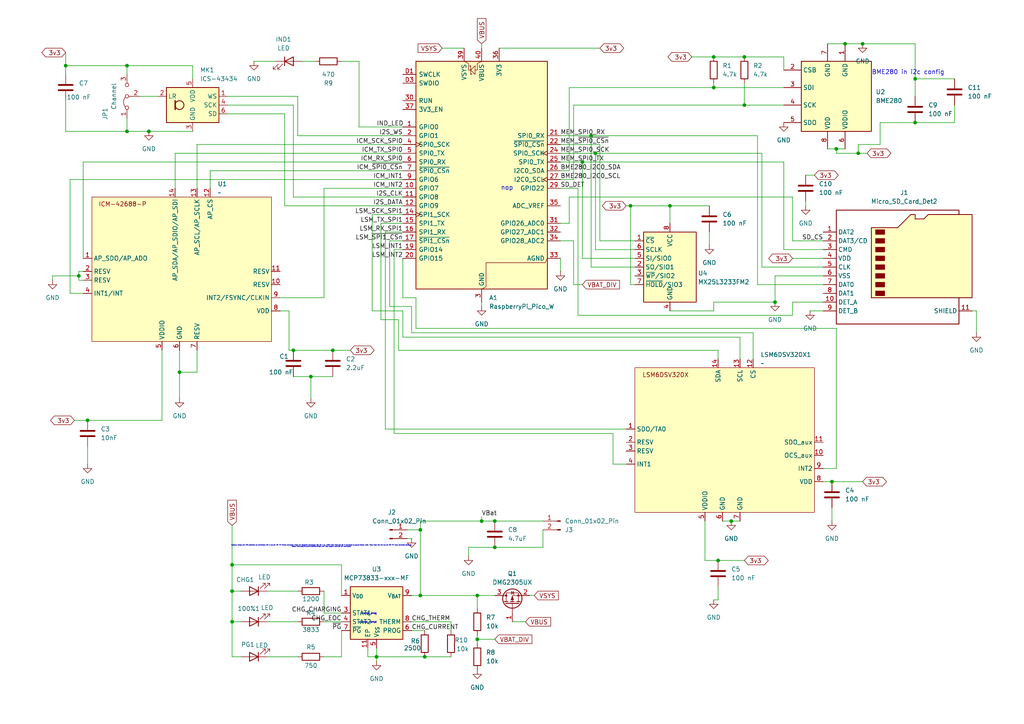
<source format=kicad_sch>
(kicad_sch (version 20250114) (generator "eeschema") (generator_version "9.0")
  (paper "A4")
  (lib_symbols
    (symbol "Battery_Management:MCP73833-xxx-MF"
      (property "Reference" "U" (at -6.35 8.89 0))
      (property "Value" "MCP73833-xxx-MF" (at 10.16 8.89 0))
      (symbol "MCP73833-xxx-MF_1_1"
        (pin power_in line (at -10.16 5.08 0) (length 2.54) (name "V_{DD}") (number "1"))
        (pin passive line (at -10.16 5.08 0) (length 2.54) (hide yes) (name "V_{DD}") (number "2"))
        (pin open_collector line (at -10.16 0 0) (length 2.54) (name "STAT1") (number "3"))
        (pin open_collector line (at -10.16 -2.54 0) (length 2.54) (name "STAT2") (number "4"))
        (pin open_collector line (at -10.16 -5.08 0) (length 2.54) (name "~{PG}") (number "7"))
        (pin power_in line (at -2.54 -10.16 90) (length 2.54) (name "EP") (number "11"))
        (pin power_in line (at 0 -10.16 90) (length 2.54) (name "V_{SS}") (number "5"))
        (pin passive line (at 10.16 5.08 180) (length 2.54) (hide yes) (name "V_{BAT}") (number "10"))
        (pin power_out line (at 10.16 5.08 180) (length 2.54) (name "V_{BAT}") (number "9"))
        (pin passive line (at 10.16 -2.54 180) (length 2.54) (name "THERM") (number "8"))
        (pin input line (at 10.16 -5.08 180) (length 2.54) (name "PROG") (number "6"))
      )
    )
    (symbol "Connector:Conn_01x02_Pin" (pin_names (offset 1.016) (hide yes))
      (property "Reference" "J" (at 0 2.54 0))
      (property "Value" "Conn_01x02_Pin" (at 0 -5.08 0))
      (symbol "Conn_01x02_Pin_1_1"
        (pin passive line (at 5.08 0 180) (length 3.81) (name "Pin_1") (number "1"))
        (pin passive line (at 5.08 -2.54 180) (length 3.81) (name "Pin_2") (number "2"))
      )
    )
    (symbol "Connector:Micro_SD_Card_Det2"
      (property "Reference" "J" (at -16.51 17.78 0))
      (property "Value" "Micro_SD_Card_Det2" (at 16.51 17.78 0))
      (symbol "Micro_SD_Card_Det2_1_1"
        (pin bidirectional line (at -22.86 10.16 0) (length 3.81) (name "DAT2") (number "1"))
        (pin bidirectional line (at -22.86 7.62 0) (length 3.81) (name "DAT3/CD") (number "2"))
        (pin input line (at -22.86 5.08 0) (length 3.81) (name "CMD") (number "3"))
        (pin power_in line (at -22.86 2.54 0) (length 3.81) (name "VDD") (number "4"))
        (pin input line (at -22.86 0 0) (length 3.81) (name "CLK") (number "5"))
        (pin power_in line (at -22.86 -2.54 0) (length 3.81) (name "VSS") (number "6"))
        (pin bidirectional line (at -22.86 -5.08 0) (length 3.81) (name "DAT0") (number "7"))
        (pin bidirectional line (at -22.86 -7.62 0) (length 3.81) (name "DAT1") (number "8"))
        (pin passive line (at -22.86 -10.16 0) (length 3.81) (name "DET_A") (number "10"))
        (pin passive line (at -22.86 -12.7 0) (length 3.81) (name "DET_B") (number "9"))
        (pin passive line (at 20.32 -12.7 180) (length 3.81) (name "SHIELD") (number "11"))
      )
    )
    (symbol "Device:C" (pin_numbers (hide yes)) (pin_names (offset 0.254))
      (property "Reference" "C" (at 0.635 2.54 0))
      (property "Value" "C" (at 0.635 -2.54 0))
      (symbol "C_1_1"
        (pin passive line (at 0 3.81 270) (length 2.794) (name "~") (number "1"))
        (pin passive line (at 0 -3.81 90) (length 2.794) (name "~") (number "2"))
      )
    )
    (symbol "Device:LED" (pin_numbers (hide yes)) (pin_names (offset 1.016) (hide yes))
      (property "Reference" "D" (at 0 2.54 0))
      (property "Value" "LED" (at 0 -2.54 0))
      (symbol "LED_1_1"
        (pin passive line (at -3.81 0 0) (length 2.54) (name "K") (number "1"))
        (pin passive line (at 3.81 0 180) (length 2.54) (name "A") (number "2"))
      )
    )
    (symbol "Device:R" (pin_numbers (hide yes)) (pin_names (offset 0))
      (property "Reference" "R" (at 2.032 0 90))
      (property "Value" "R" (at 0 0 90))
      (symbol "R_1_1"
        (pin passive line (at 0 3.81 270) (length 1.27) (name "~") (number "1"))
        (pin passive line (at 0 -3.81 90) (length 1.27) (name "~") (number "2"))
      )
    )
    (symbol "Jumper:Jumper_3_Bridged12" (pin_names (offset 0) (hide yes)) (in_bom no)
      (property "Reference" "JP" (at -2.54 -2.54 0))
      (property "Value" "Jumper_3_Bridged12" (at 0 2.794 0))
      (symbol "Jumper_3_Bridged12_1_1"
        (pin passive line (at -6.35 0 0) (length 2.54) (name "A") (number "1"))
        (pin passive line (at 0 -3.81 90) (length 2.54) (name "C") (number "2"))
        (pin passive line (at 6.35 0 180) (length 2.54) (name "B") (number "3"))
      )
    )
    (symbol "MCU_Module:RaspberryPi_Pico_W_Debug" (pin_names (offset 0.762))
      (property "Reference" "A" (at -19.05 35.56 0))
      (property "Value" "RaspberryPi_Pico_W" (at 7.62 35.56 0))
      (symbol "RaspberryPi_Pico_W_Debug_1_1"
        (pin input line (at -22.86 30.48 0) (length 3.81) (name "SWCLK") (number "D1"))
        (pin bidirectional line (at -22.86 27.94 0) (length 3.81) (name "SWDIO") (number "D3"))
        (pin passive line (at -22.86 22.86 0) (length 3.81) (name "RUN") (number "30"))
        (pin passive line (at -22.86 20.32 0) (length 3.81) (name "3V3_EN") (number "37"))
        (pin bidirectional line (at -22.86 15.24 0) (length 3.81) (name "GPIO0") (number "1") (alternate "I2C0_SDA" bidirectional line) (alternate "SPI0_RX" input line))
        (pin bidirectional line (at -22.86 12.7 0) (length 3.81) (name "GPIO1") (number "2") (alternate "I2C0_SCL" bidirectional clock) (alternate "~{SPI0_CSn}" bidirectional line))
        (pin bidirectional line (at -22.86 10.16 0) (length 3.81) (name "GPIO2") (number "4") (alternate "SPI0_SCK" bidirectional clock))
        (pin bidirectional line (at -22.86 7.62 0) (length 3.81) (name "GPIO3") (number "5") (alternate "SPI0_TX" output line))
        (pin bidirectional line (at -22.86 5.08 0) (length 3.81) (name "GPIO4") (number "6") (alternate "I2C0_SDA" bidirectional line) (alternate "SPI0_RX" input line))
        (pin bidirectional line (at -22.86 2.54 0) (length 3.81) (name "GPIO5") (number "7") (alternate "I2C0_SCL" bidirectional clock) (alternate "~{SPI0_CSn}" bidirectional line))
        (pin bidirectional line (at -22.86 0 0) (length 3.81) (name "GPIO6") (number "9") (alternate "SPI0_SCK" bidirectional clock))
        (pin bidirectional line (at -22.86 -2.54 0) (length 3.81) (name "GPIO7") (number "10") (alternate "SPI0_TX" output line))
        (pin bidirectional line (at -22.86 -5.08 0) (length 3.81) (name "GPIO8") (number "11") (alternate "" input line) (alternate "I2C0_SDA" bidirectional line) (alternate "SPI1_RX" input line))
        (pin bidirectional line (at -22.86 -7.62 0) (length 3.81) (name "GPIO9") (number "12") (alternate "" input line) (alternate "" input line) (alternate "I2C0_SCL" bidirectional clock) (alternate "~{SPI1_CSn}" bidirectional line))
        (pin bidirectional line (at -22.86 -10.16 0) (length 3.81) (name "GPIO10") (number "14") (alternate "SPI1_SCK" bidirectional clock))
        (pin bidirectional line (at -22.86 -12.7 0) (length 3.81) (name "GPIO11") (number "15") (alternate "SPI1_TX" output line))
        (pin bidirectional line (at -22.86 -15.24 0) (length 3.81) (name "GPIO12") (number "16") (alternate "I2C0_SDA" bidirectional line) (alternate "SPI1_RX" input line))
        (pin bidirectional line (at -22.86 -17.78 0) (length 3.81) (name "GPIO13") (number "17") (alternate "I2C0_SCL" bidirectional clock) (alternate "~{SPI1_CSn}" bidirectional line))
        (pin bidirectional line (at -22.86 -20.32 0) (length 3.81) (name "GPIO14") (number "19") (alternate "SPI1_SCK" bidirectional clock))
        (pin bidirectional line (at -22.86 -22.86 0) (length 3.81) (name "GPIO15") (number "20") (alternate "SPI1_TX" output line))
        (pin power_in line (at -5.08 38.1 270) (length 3.81) (name "VSYS") (number "39"))
        (pin power_out line (at 0 38.1 270) (length 3.81) (name "VBUS") (number "40"))
        (pin passive line (at 0 -35.56 90) (length 3.81) (hide yes) (name "GND") (number "13"))
        (pin passive line (at 0 -35.56 90) (length 3.81) (hide yes) (name "GND") (number "18"))
        (pin passive line (at 0 -35.56 90) (length 3.81) (hide yes) (name "GND") (number "23"))
        (pin passive line (at 0 -35.56 90) (length 3.81) (hide yes) (name "GND") (number "28"))
        (pin power_out line (at 0 -35.56 90) (length 3.81) (name "GND") (number "3"))
        (pin passive line (at 0 -35.56 90) (length 3.81) (hide yes) (name "GND") (number "38"))
        (pin passive line (at 0 -35.56 90) (length 3.81) (hide yes) (name "GND") (number "8"))
        (pin passive line (at 0 -35.56 90) (length 3.81) (hide yes) (name "GND") (number "D2"))
        (pin power_out line (at 5.08 38.1 270) (length 3.81) (name "3V3") (number "36"))
        (pin bidirectional line (at 22.86 12.7 180) (length 3.81) (name "GPIO16") (number "21") (alternate "I2C0_SDA" bidirectional line) (alternate "SPI0_RX" input line))
        (pin bidirectional line (at 22.86 10.16 180) (length 3.81) (name "GPIO17") (number "22") (alternate "I2C0_SCL" bidirectional clock) (alternate "~{SPI0_CSn}" bidirectional line))
        (pin bidirectional line (at 22.86 7.62 180) (length 3.81) (name "GPIO18") (number "24") (alternate "SPI0_SCK" bidirectional clock))
        (pin bidirectional line (at 22.86 5.08 180) (length 3.81) (name "GPIO19") (number "25") (alternate "SPI0_TX" output line))
        (pin bidirectional line (at 22.86 2.54 180) (length 3.81) (name "GPIO20") (number "26") (alternate "I2C0_SDA" bidirectional line) (alternate "SPI0_RX" input line))
        (pin bidirectional line (at 22.86 0 180) (length 3.81) (name "GPIO21") (number "27") (alternate "I2C0_SCL" bidirectional clock) (alternate "~{SPI0_CSn}" bidirectional line))
        (pin bidirectional line (at 22.86 -2.54 180) (length 3.81) (name "GPIO22") (number "29") (alternate "SPI0_SCK" bidirectional clock))
        (pin power_in line (at 22.86 -7.62 180) (length 3.81) (name "ADC_VREF") (number "35"))
        (pin bidirectional line (at 22.86 -12.7 180) (length 3.81) (name "GPIO26_ADC0") (number "31") (alternate "SPI1_SCK" bidirectional clock))
        (pin bidirectional line (at 22.86 -15.24 180) (length 3.81) (name "GPIO27_ADC1") (number "32") (alternate "SPI1_TX" output line))
        (pin bidirectional line (at 22.86 -17.78 180) (length 3.81) (name "GPIO28_ADC2") (number "34") (alternate "I2C0_SDA" bidirectional line) (alternate "SPI1_RX" input line))
        (pin power_out line (at 22.86 -22.86 180) (length 3.81) (name "AGND") (number "33"))
      )
    )
    (symbol "Memory_Flash:MX25L3233FM2"
      (property "Reference" "U" (at -6.35 11.43 0))
      (property "Value" "MX25L3233FM2" (at 10.16 11.43 0))
      (symbol "MX25L3233FM2_1_1"
        (pin input line (at -10.16 7.62 0) (length 2.54) (name "~{CS}") (number "1"))
        (pin input line (at -10.16 5.08 0) (length 2.54) (name "SCLK") (number "6"))
        (pin bidirectional line (at -10.16 2.54 0) (length 2.54) (name "SI/SIO0") (number "5"))
        (pin bidirectional line (at -10.16 0 0) (length 2.54) (name "SO/SIO1") (number "2"))
        (pin bidirectional line (at -10.16 -2.54 0) (length 2.54) (name "~{WP}/SIO2") (number "3"))
        (pin bidirectional line (at -10.16 -5.08 0) (length 2.54) (name "~{HOLD}/SIO3") (number "7"))
        (pin power_in line (at 0 12.7 270) (length 2.54) (name "VCC") (number "8"))
        (pin power_in line (at 0 -12.7 90) (length 2.54) (name "GND") (number "4"))
      )
    )
    (symbol "ProjectSymbol:ICM-42688-P"
      (property "Reference" "ICM-42688-P" (at -4.572 20.574 0))
      (symbol "ICM-42688-P_1_1"
        (text "ICM-42688-P" (at 1.27 24.638 0) (effects (font (size 1.27 1.27))))
        (pin output line (at -10.16 8.89 0) (length 2.54) (name "AP_SDO/AP_ADO") (number "1"))
        (pin passive line (at -10.16 5.08 0) (length 2.54) (name "RESV") (number "2"))
        (pin passive line (at -10.16 2.54 0) (length 2.54) (name "RESV") (number "3"))
        (pin output line (at -10.16 -1.27 0) (length 2.54) (name "INT1/INT") (number "4"))
        (pin power_in line (at 12.7 -17.78 90) (length 2.54) (name "VDDIO") (number "5"))
        (pin input line (at 16.51 29.21 270) (length 2.54) (name "AP_SDA/AP_SDIO/AP_SDI") (number "14"))
        (pin power_in line (at 17.78 -17.78 90) (length 2.54) (name "GND") (number "6"))
        (pin input line (at 22.86 29.21 270) (length 2.54) (name "AP_SCL/AP_SCLK") (number "13"))
        (pin passive line (at 22.86 -17.78 90) (length 2.54) (name "RESV") (number "7"))
        (pin input line (at 26.67 29.21 270) (length 2.54) (name "AP_CS") (number "12"))
        (pin passive line (at 46.99 5.08 180) (length 2.54) (name "RESV") (number "11"))
        (pin passive line (at 46.99 1.27 180) (length 2.54) (name "RESV") (number "10"))
        (pin bidirectional line (at 46.99 -2.54 180) (length 2.54) (name "INT2/FSYNC/CLKIN") (number "9"))
        (pin power_in line (at 46.99 -6.35 180) (length 2.54) (name "VDD") (number "8"))
      )
    )
    (symbol "ProjectSymbol:LSM6DSV320X"
      (property "Reference" "LSM6DSV320X" (at -4.572 20.574 0))
      (symbol "LSM6DSV320X_1_1"
        (text "LSM6DSV320X" (at 1.27 24.638 0) (effects (font (size 1.27 1.27))))
        (pin output line (at -10.16 8.89 0) (length 2.54) (name "SDO/TA0") (number "1"))
        (pin passive line (at -10.16 5.08 0) (length 2.54) (name "RESV") (number "2"))
        (pin passive line (at -10.16 2.54 0) (length 2.54) (name "RESV") (number "3"))
        (pin output line (at -10.16 -1.27 0) (length 2.54) (name "INT1") (number "4"))
        (pin power_in line (at 12.7 -17.78 90) (length 2.54) (name "VDDIO") (number "5"))
        (pin input line (at 16.51 29.21 270) (length 2.54) (name "SDA") (number "14"))
        (pin power_in line (at 17.78 -17.78 90) (length 2.54) (name "GND") (number "6"))
        (pin input line (at 22.86 29.21 270) (length 2.54) (name "SCL") (number "13"))
        (pin power_in line (at 22.86 -17.78 90) (length 2.54) (name "GND") (number "7"))
        (pin input line (at 26.67 29.21 270) (length 2.54) (name "CS") (number "12"))
        (pin passive line (at 46.99 5.08 180) (length 2.54) (name "SDO_aux") (number "11"))
        (pin passive line (at 46.99 1.27 180) (length 2.54) (name "OCS_aux") (number "10"))
        (pin output line (at 46.99 -2.54 180) (length 2.54) (name "INT2") (number "9"))
        (pin power_in line (at 46.99 -6.35 180) (length 2.54) (name "VDD") (number "8"))
      )
    )
    (symbol "Sensor:BME280"
      (property "Reference" "U" (at -8.89 11.43 0))
      (property "Value" "BME280" (at 7.62 11.43 0))
      (symbol "BME280_1_1"
        (pin power_in line (at -2.54 15.24 270) (length 5.08) (name "VDDIO") (number "6"))
        (pin power_in line (at -2.54 -15.24 90) (length 5.08) (name "GND") (number "1"))
        (pin power_in line (at 2.54 15.24 270) (length 5.08) (name "VDD") (number "8"))
        (pin power_in line (at 2.54 -15.24 90) (length 5.08) (name "GND") (number "7"))
        (pin bidirectional line (at 15.24 7.62 180) (length 5.08) (name "SDO") (number "5"))
        (pin input line (at 15.24 2.54 180) (length 5.08) (name "SCK") (number "4"))
        (pin bidirectional line (at 15.24 -2.54 180) (length 5.08) (name "SDI") (number "3"))
        (pin input line (at 15.24 -7.62 180) (length 5.08) (name "CSB") (number "2"))
      )
    )
    (symbol "Sensor_Audio:ICS-43434"
      (property "Reference" "MK" (at -7.62 6.35 0))
      (property "Value" "ICS-43434" (at 1.27 6.35 0))
      (symbol "ICS-43434_1_1"
        (pin input line (at -10.16 2.54 0) (length 2.54) (name "LR") (number "2"))
        (pin power_in line (at 0 7.62 270) (length 2.54) (name "VDD") (number "5"))
        (pin power_in line (at 0 -7.62 90) (length 2.54) (name "GND") (number "3"))
        (pin input line (at 10.16 2.54 180) (length 2.54) (name "WS") (number "1"))
        (pin input line (at 10.16 0 180) (length 2.54) (name "SCK") (number "4"))
        (pin output line (at 10.16 -2.54 180) (length 2.54) (name "SD") (number "6"))
      )
    )
    (symbol "Transistor_FET:DMG2301L" (pin_names (hide yes))
      (property "Reference" "Q" (at 5.08 1.905 0))
      (property "Value" "DMG2301L" (at 5.08 0 0))
      (symbol "DMG2301L_1_1"
        (pin input line (at -5.08 0 0) (length 2.54) (name "G") (number "1"))
        (pin passive line (at 2.54 5.08 270) (length 2.54) (name "D") (number "3"))
        (pin passive line (at 2.54 -5.08 90) (length 2.54) (name "S") (number "2"))
      )
    )
    (symbol "power:GND" (power) (pin_numbers (hide yes)) (pin_names (offset 0) (hide yes))
      (property "Value" "GND" (at 0 -3.81 0))
      (symbol "GND_1_1"
        (pin power_in line (at 0 0 270) (length 0) (name "~") (number "1"))
      )
    )
  )
  (text "charge_compl" (at 106.68 180.594 0) (effects (font (size 0.508 0.508))))
  (text "BME280 in i2c config" (at 263.398 21.082 0) (effects (font (size 1.27 1.27))))
  (text "Typically, single cell LiPo batteries are terminated with a two pin JST-PH female connector. These are polarized connectors with pin 1 as +VBATT (red wire) and pin 2 connected to ground (black wire). These mate with the two pin JST-PH male connector (shroud).\nhttps://learn.sparkfun.com/tutorials/single-cell-lipo-battery-care/jst-ph-connectors" (at 93.218 158.496 0) (effects (font (size 0.254 0.254))))
  (text "nop" (at 147.066 54.61 0) (effects (font (size 1.27 1.27))))
  (text "charge_prog" (at 106.934 178.054 0) (effects (font (size 0.508 0.508))))
  (junction (at 96.52 101.6))
  (junction (at 123.19 190.5))
  (junction (at 36.83 19.05))
  (junction (at 194.31 59.69))
  (junction (at 207.01 16.51))
  (junction (at 139.7 151.13))
  (junction (at 43.18 38.1))
  (junction (at 67.31 180.34))
  (junction (at 250.19 12.7))
  (junction (at 67.31 163.83))
  (junction (at 19.05 19.05))
  (junction (at 138.43 172.72))
  (junction (at 90.17 109.22))
  (junction (at 121.92 153.67))
  (junction (at 109.22 190.5))
  (junction (at 182.88 59.69))
  (junction (at 245.11 12.7))
  (junction (at 207.01 25.4))
  (junction (at 208.28 162.56))
  (junction (at 143.51 158.75))
  (junction (at 265.43 22.86))
  (junction (at 241.3 139.7))
  (junction (at 172.72 44.45))
  (junction (at 248.92 44.45))
  (junction (at 138.43 185.42))
  (junction (at 143.51 151.13))
  (junction (at 215.9 30.48))
  (junction (at 224.79 87.63))
  (junction (at 215.9 16.51))
  (junction (at 168.91 46.99))
  (junction (at 171.45 39.37))
  (junction (at 212.09 151.13))
  (junction (at 242.57 43.18))
  (junction (at 36.83 38.1))
  (junction (at 52.07 107.95))
  (junction (at 85.09 101.6))
  (junction (at 265.43 35.56))
  (junction (at 25.4 121.92))
  (junction (at 121.92 172.72))
  (junction (at 67.31 171.45))
  (junction (at 22.86 80.01))
  (wire (pts (xy 55.88 19.05) (xy 36.83 19.05)))
  (wire (pts (xy 115.57 101.6) (xy 208.28 101.6)))
  (wire (pts (xy 229.87 74.93) (xy 238.76 74.93)))
  (wire (pts (xy 177.8 125.73) (xy 177.8 134.62)))
  (wire (pts (xy 36.83 19.05) (xy 36.83 21.59)))
  (wire (pts (xy 238.76 87.63) (xy 229.87 87.63)))
  (wire (pts (xy 82.55 59.69) (xy 82.55 33.02)))
  (wire (pts (xy 66.04 30.48) (xy 85.09 30.48)))
  (wire (pts (xy 67.31 190.5) (xy 67.31 180.34)))
  (wire (pts (xy 121.92 151.13) (xy 121.92 153.67)))
  (wire (pts (xy 116.84 90.17) (xy 116.84 97.79)))
  (wire (pts (xy 116.84 72.39) (xy 114.3 72.39)))
  (wire (pts (xy 171.45 39.37) (xy 219.71 39.37)))
  (wire (pts (xy 255.27 35.56) (xy 255.27 41.91)))
  (wire (pts (xy 181.61 124.46) (xy 111.76 124.46)))
  (wire (pts (xy 251.46 44.45) (xy 248.92 44.45)))
  (wire (pts (xy 238.76 80.01) (xy 224.79 80.01)))
  (wire (pts (xy 162.56 74.93) (xy 162.56 78.74)))
  (wire (pts (xy 208.28 101.6) (xy 208.28 104.14)))
  (wire (pts (xy 119.38 88.9) (xy 119.38 96.52)))
  (wire (pts (xy 77.47 171.45) (xy 86.36 171.45)))
  (wire (pts (xy 238.76 139.7) (xy 241.3 139.7)))
  (wire (pts (xy 215.9 30.48) (xy 166.37 30.48)))
  (wire (pts (xy 165.1 64.77) (xy 162.56 64.77)))
  (wire (pts (xy 25.4 121.92) (xy 46.99 121.92)))
  (wire (pts (xy 113.03 88.9) (xy 119.38 88.9)))
  (wire (pts (xy 90.17 109.22) (xy 96.52 109.22)))
  (wire (pts (xy 220.98 44.45) (xy 172.72 44.45)))
  (wire (pts (xy 227.33 46.99) (xy 227.33 72.39)))
  (wire (pts (xy 242.57 135.89) (xy 242.57 95.25)))
  (wire (pts (xy 143.51 158.75) (xy 157.48 158.75)))
  (wire (pts (xy 143.51 151.13) (xy 157.48 151.13)))
  (wire (pts (xy 57.15 101.6) (xy 57.15 107.95)))
  (wire (pts (xy 168.91 46.99) (xy 227.33 46.99)))
  (wire (pts (xy 93.98 180.34) (xy 99.06 180.34)))
  (wire (pts (xy 123.19 190.5) (xy 130.81 190.5)))
  (wire (pts (xy 109.22 187.96) (xy 109.22 190.5)))
  (wire (pts (xy 204.47 162.56) (xy 208.28 162.56)))
  (wire (pts (xy 139.7 151.13) (xy 143.51 151.13)))
  (wire (pts (xy 99.06 163.83) (xy 99.06 172.72)))
  (wire (pts (xy 36.83 38.1) (xy 43.18 38.1)))
  (wire (pts (xy 162.56 69.85) (xy 166.37 69.85)))
  (wire (pts (xy 138.43 185.42) (xy 138.43 186.69)))
  (wire (pts (xy 25.4 129.54) (xy 25.4 134.62)))
  (wire (pts (xy 22.86 80.01) (xy 15.24 80.01)))
  (wire (pts (xy 248.92 41.91) (xy 248.92 44.45)))
  (wire (pts (xy 204.47 151.13) (xy 204.47 162.56)))
  (wire (pts (xy 20.32 85.09) (xy 24.13 85.09)))
  (wire (pts (xy 167.64 54.61) (xy 162.56 54.61)))
  (wire (pts (xy 118.11 156.21) (xy 119.38 156.21)))
  (wire (pts (xy 215.9 16.51) (xy 207.01 16.51)))
  (wire (pts (xy 242.57 43.18) (xy 245.11 43.18)))
  (wire (pts (xy 214.63 97.79) (xy 214.63 104.14)))
  (wire (pts (xy 118.11 153.67) (xy 121.92 153.67)))
  (wire (pts (xy 165.1 57.15) (xy 165.1 64.77)))
  (wire (pts (xy 19.05 19.05) (xy 19.05 21.59)))
  (wire (pts (xy 194.31 64.77) (xy 194.31 59.69)))
  (wire (pts (xy 113.03 69.85) (xy 113.03 88.9)))
  (wire (pts (xy 86.36 27.94) (xy 86.36 39.37)))
  (wire (pts (xy 227.33 16.51) (xy 227.33 20.32)))
  (wire (pts (xy 50.8 54.61) (xy 50.8 44.45)))
  (wire (pts (xy 60.96 49.53) (xy 116.84 49.53)))
  (wire (pts (xy 24.13 46.99) (xy 116.84 46.99)))
  (wire (pts (xy 283.21 90.17) (xy 283.21 96.52)))
  (wire (pts (xy 24.13 46.99) (xy 24.13 74.93)))
  (wire (pts (xy 227.33 72.39) (xy 238.76 72.39)))
  (wire (pts (xy 93.98 54.61) (xy 116.84 54.61)))
  (wire (pts (xy 265.43 22.86) (xy 276.86 22.86)))
  (wire (pts (xy 116.84 69.85) (xy 113.03 69.85)))
  (wire (pts (xy 111.76 67.31) (xy 116.84 67.31)))
  (wire (pts (xy 238.76 77.47) (xy 220.98 77.47)))
  (wire (pts (xy 166.37 69.85) (xy 166.37 82.55)))
  (wire (pts (xy 265.43 35.56) (xy 276.86 35.56)))
  (wire (pts (xy 66.04 27.94) (xy 86.36 27.94)))
  (wire (pts (xy 81.28 90.17) (xy 83.82 90.17)))
  (wire (pts (xy 162.56 41.91) (xy 173.99 41.91)))
  (wire (pts (xy 116.84 41.91) (xy 57.15 41.91)))
  (wire (pts (xy 73.66 17.78) (xy 80.01 17.78)))
  (wire (pts (xy 60.96 54.61) (xy 60.96 49.53)))
  (wire (pts (xy 194.31 59.69) (xy 182.88 59.69)))
  (wire (pts (xy 167.64 91.44) (xy 167.64 54.61)))
  (wire (pts (xy 265.43 22.86) (xy 265.43 12.7)))
  (wire (pts (xy 234.95 90.17) (xy 238.76 90.17)))
  (wire (pts (xy 22.86 81.28) (xy 24.13 81.28)))
  (wire (pts (xy 67.31 180.34) (xy 67.31 171.45)))
  (wire (pts (xy 171.45 77.47) (xy 184.15 77.47)))
  (wire (pts (xy 116.84 86.36) (xy 116.84 74.93)))
  (wire (pts (xy 265.43 27.94) (xy 265.43 22.86)))
  (wire (pts (xy 57.15 107.95) (xy 52.07 107.95)))
  (wire (pts (xy 19.05 15.24) (xy 19.05 19.05)))
  (wire (pts (xy 40.64 27.94) (xy 45.72 27.94)))
  (wire (pts (xy 242.57 95.25) (xy 120.65 95.25)))
  (wire (pts (xy 57.15 41.91) (xy 57.15 54.61)))
  (wire (pts (xy 36.83 19.05) (xy 19.05 19.05)))
  (wire (pts (xy 229.87 87.63) (xy 229.87 91.44)))
  (wire (pts (xy 218.44 96.52) (xy 218.44 104.14)))
  (wire (pts (xy 90.17 109.22) (xy 90.17 115.57)))
  (wire (pts (xy 240.03 43.18) (xy 242.57 43.18)))
  (wire (pts (xy 224.79 87.63) (xy 207.01 87.63)))
  (wire (pts (xy 144.78 13.97) (xy 173.99 13.97)))
  (wire (pts (xy 166.37 30.48) (xy 166.37 52.07)))
  (wire (pts (xy 205.74 67.31) (xy 205.74 71.12)))
  (wire (pts (xy 172.72 44.45) (xy 172.72 72.39)))
  (wire (pts (xy 138.43 172.72) (xy 143.51 172.72)))
  (wire (pts (xy 208.28 173.99) (xy 207.01 173.99)))
  (wire (pts (xy 15.24 80.01) (xy 15.24 81.28)))
  (wire (pts (xy 77.47 180.34) (xy 86.36 180.34)))
  (wire (pts (xy 135.89 158.75) (xy 143.51 158.75)))
  (wire (pts (xy 69.85 190.5) (xy 67.31 190.5)))
  (wire (pts (xy 240.03 12.7) (xy 245.11 12.7)))
  (wire (pts (xy 110.49 64.77) (xy 110.49 92.71)))
  (wire (pts (xy 215.9 24.13) (xy 215.9 30.48)))
  (wire (pts (xy 173.99 41.91) (xy 173.99 69.85)))
  (wire (pts (xy 114.3 125.73) (xy 177.8 125.73)))
  (wire (pts (xy 93.98 177.8) (xy 99.06 177.8)))
  (wire (pts (xy 116.84 36.83) (xy 104.14 36.83)))
  (wire (pts (xy 109.22 190.5) (xy 123.19 190.5)))
  (wire (pts (xy 207.01 16.51) (xy 200.66 16.51)))
  (wire (pts (xy 227.33 16.51) (xy 215.9 16.51)))
  (wire (pts (xy 229.87 57.15) (xy 229.87 69.85)))
  (wire (pts (xy 55.88 22.86) (xy 55.88 19.05)))
  (wire (pts (xy 165.1 25.4) (xy 207.01 25.4)))
  (wire (pts (xy 171.45 39.37) (xy 171.45 77.47)))
  (wire (pts (xy 182.88 59.69) (xy 182.88 82.55)))
  (wire (pts (xy 245.11 12.7) (xy 250.19 12.7)))
  (wire (pts (xy 207.01 90.17) (xy 194.31 90.17)))
  (wire (pts (xy 85.09 57.15) (xy 116.84 57.15)))
  (wire (pts (xy 67.31 152.4) (xy 67.31 163.83)))
  (wire (pts (xy 77.47 190.5) (xy 86.36 190.5)))
  (wire (pts (xy 111.76 124.46) (xy 111.76 67.31)))
  (wire (pts (xy 219.71 82.55) (xy 238.76 82.55)))
  (wire (pts (xy 119.38 172.72) (xy 121.92 172.72)))
  (wire (pts (xy 20.32 52.07) (xy 116.84 52.07)))
  (wire (pts (xy 165.1 25.4) (xy 165.1 49.53)))
  (wire (pts (xy 20.32 85.09) (xy 20.32 52.07)))
  (wire (pts (xy 120.65 95.25) (xy 120.65 86.36)))
  (wire (pts (xy 109.22 190.5) (xy 109.22 191.77)))
  (wire (pts (xy 238.76 135.89) (xy 242.57 135.89)))
  (wire (pts (xy 107.95 62.23) (xy 107.95 90.17)))
  (wire (pts (xy 43.18 38.1) (xy 55.88 38.1)))
  (wire (pts (xy 229.87 91.44) (xy 167.64 91.44)))
  (wire (pts (xy 107.95 90.17) (xy 116.84 90.17)))
  (wire (pts (xy 121.92 172.72) (xy 138.43 172.72)))
  (wire (pts (xy 135.89 158.75) (xy 135.89 161.29)))
  (wire (pts (xy 162.56 39.37) (xy 171.45 39.37)))
  (wire (pts (xy 110.49 92.71) (xy 115.57 92.71)))
  (wire (pts (xy 83.82 101.6) (xy 85.09 101.6)))
  (wire (pts (xy 148.59 180.34) (xy 152.4 180.34)))
  (wire (pts (xy 106.68 187.96) (xy 106.68 190.5)))
  (wire (pts (xy 22.86 80.01) (xy 22.86 81.28)))
  (wire (pts (xy 219.71 39.37) (xy 219.71 82.55)))
  (wire (pts (xy 138.43 172.72) (xy 138.43 176.53)))
  (wire (pts (xy 184.15 82.55) (xy 182.88 82.55)))
  (wire (pts (xy 168.91 46.99) (xy 162.56 46.99)))
  (wire (pts (xy 50.8 44.45) (xy 116.84 44.45)))
  (wire (pts (xy 36.83 34.29) (xy 36.83 38.1)))
  (wire (pts (xy 241.3 139.7) (xy 250.19 139.7)))
  (wire (pts (xy 116.84 97.79) (xy 214.63 97.79)))
  (wire (pts (xy 85.09 109.22) (xy 90.17 109.22)))
  (wire (pts (xy 207.01 24.13) (xy 207.01 25.4)))
  (wire (pts (xy 138.43 185.42) (xy 143.51 185.42)))
  (wire (pts (xy 67.31 163.83) (xy 99.06 163.83)))
  (wire (pts (xy 22.86 78.74) (xy 22.86 80.01)))
  (wire (pts (xy 139.7 88.9) (xy 139.7 87.63)))
  (wire (pts (xy 119.38 182.88) (xy 123.19 182.88)))
  (wire (pts (xy 139.7 149.86) (xy 139.7 151.13)))
  (wire (pts (xy 120.65 86.36) (xy 116.84 86.36)))
  (wire (pts (xy 238.76 69.85) (xy 229.87 69.85)))
  (wire (pts (xy 139.7 12.7) (xy 139.7 13.97)))
  (wire (pts (xy 116.84 59.69) (xy 82.55 59.69)))
  (wire (pts (xy 104.14 17.78) (xy 99.06 17.78)))
  (wire (pts (xy 227.33 30.48) (xy 215.9 30.48)))
  (wire (pts (xy 233.68 58.42) (xy 233.68 59.69)))
  (wire (pts (xy 177.8 134.62) (xy 181.61 134.62)))
  (wire (pts (xy 212.09 151.13) (xy 214.63 151.13)))
  (wire (pts (xy 93.98 54.61) (xy 93.98 86.36)))
  (wire (pts (xy 52.07 107.95) (xy 52.07 115.57)))
  (wire (pts (xy 82.55 33.02) (xy 66.04 33.02)))
  (wire (pts (xy 104.14 36.83) (xy 104.14 17.78)))
  (wire (pts (xy 115.57 92.71) (xy 115.57 101.6)))
  (wire (pts (xy 162.56 49.53) (xy 165.1 49.53)))
  (wire (pts (xy 24.13 78.74) (xy 22.86 78.74)))
  (wire (pts (xy 265.43 35.56) (xy 255.27 35.56)))
  (wire (pts (xy 19.05 29.21) (xy 19.05 38.1)))
  (wire (pts (xy 224.79 80.01) (xy 224.79 87.63)))
  (wire (pts (xy 128.27 13.97) (xy 134.62 13.97)))
  (wire (pts (xy 83.82 90.17) (xy 83.82 101.6)))
  (wire (pts (xy 130.81 180.34) (xy 130.81 182.88)))
  (wire (pts (xy 93.98 171.45) (xy 93.98 177.8)))
  (wire (pts (xy 67.31 163.83) (xy 67.31 171.45)))
  (wire (pts (xy 276.86 35.56) (xy 276.86 30.48)))
  (wire (pts (xy 172.72 72.39) (xy 184.15 72.39)))
  (wire (pts (xy 119.38 96.52) (xy 218.44 96.52)))
  (wire (pts (xy 233.68 50.8) (xy 236.22 50.8)))
  (wire (pts (xy 114.3 72.39) (xy 114.3 125.73)))
  (wire (pts (xy 121.92 153.67) (xy 121.92 172.72)))
  (wire (pts (xy 194.31 59.69) (xy 205.74 59.69)))
  (wire (pts (xy 99.06 190.5) (xy 99.06 182.88)))
  (wire (pts (xy 207.01 87.63) (xy 207.01 90.17)))
  (wire (pts (xy 265.43 12.7) (xy 250.19 12.7)))
  (wire (pts (xy 93.98 190.5) (xy 99.06 190.5)))
  (wire (pts (xy 85.09 30.48) (xy 85.09 57.15)))
  (wire (pts (xy 19.05 38.1) (xy 36.83 38.1)))
  (wire (pts (xy 184.15 74.93) (xy 168.91 74.93)))
  (wire (pts (xy 208.28 170.18) (xy 208.28 173.99)))
  (wire (pts (xy 93.98 86.36) (xy 81.28 86.36)))
  (wire (pts (xy 162.56 44.45) (xy 172.72 44.45)))
  (wire (pts (xy 255.27 41.91) (xy 248.92 41.91)))
  (wire (pts (xy 85.09 101.6) (xy 96.52 101.6)))
  (wire (pts (xy 207.01 25.4) (xy 227.33 25.4)))
  (wire (pts (xy 119.38 180.34) (xy 130.81 180.34)))
  (wire (pts (xy 248.92 44.45) (xy 242.57 44.45)))
  (wire (pts (xy 116.84 64.77) (xy 110.49 64.77)))
  (wire (pts (xy 166.37 82.55) (xy 168.91 82.55)))
  (wire (pts (xy 165.1 57.15) (xy 229.87 57.15)))
  (wire (pts (xy 153.67 172.72) (xy 154.94 172.72)))
  (wire (pts (xy 106.68 190.5) (xy 109.22 190.5)))
  (wire (pts (xy 241.3 147.32) (xy 241.3 151.13)))
  (wire (pts (xy 96.52 101.6) (xy 101.6 101.6)))
  (wire (pts (xy 168.91 74.93) (xy 168.91 46.99)))
  (wire (pts (xy 220.98 77.47) (xy 220.98 44.45)))
  (wire (pts (xy 52.07 101.6) (xy 52.07 107.95)))
  (wire (pts (xy 182.88 59.69) (xy 181.61 59.69)))
  (wire (pts (xy 116.84 62.23) (xy 107.95 62.23)))
  (wire (pts (xy 21.59 121.92) (xy 25.4 121.92)))
  (wire (pts (xy 157.48 153.67) (xy 157.48 158.75)))
  (wire (pts (xy 69.85 180.34) (xy 67.31 180.34)))
  (wire (pts (xy 86.36 39.37) (xy 116.84 39.37)))
  (wire (pts (xy 281.94 90.17) (xy 283.21 90.17)))
  (wire (pts (xy 69.85 171.45) (xy 67.31 171.45)))
  (wire (pts (xy 208.28 162.56) (xy 215.9 162.56)))
  (wire (pts (xy 121.92 151.13) (xy 139.7 151.13)))
  (wire (pts (xy 166.37 52.07) (xy 162.56 52.07)))
  (wire (pts (xy 46.99 121.92) (xy 46.99 101.6)))
  (wire (pts (xy 242.57 44.45) (xy 242.57 43.18)))
  (wire (pts (xy 138.43 184.15) (xy 138.43 185.42)))
  (wire (pts (xy 209.55 151.13) (xy 212.09 151.13)))
  (wire (pts (xy 87.63 17.78) (xy 91.44 17.78)))
  (wire (pts (xy 173.99 69.85) (xy 184.15 69.85)))
  (label "I2S_WS" (at 116.84 39.37 180))
  (label "BME280_I2C0_SCL" (at 162.56 52.07 0))
  (label "ICM_TX_SPI0" (at 116.84 44.45 180))
  (label "ICM_RX_SPI0" (at 116.84 46.99 180))
  (label "CHG_EOC" (at 99.06 180.34 180))
  (label "ICM_SCK_SPI0" (at 116.84 41.91 180))
  (label "LSM_~{SPI1_CSn}" (at 116.84 69.85 180))
  (label "MEM_SPI0_TX" (at 162.56 46.99 0))
  (label "IND_LED" (at 109.22 36.83 0))
  (label "BME280_I2C0_SDA" (at 162.56 49.53 0))
  (label "ICM_~{SPI0_CSn}" (at 116.84 49.53 180))
  (label "MEM_SPI0_RX" (at 162.56 39.37 0))
  (label "ICM_INT2" (at 116.84 54.61 180))
  (label "LSM_INT1" (at 116.84 72.39 180))
  (label "CHG_THERM" (at 119.38 180.34 0))
  (label "SD_DET" (at 162.56 54.61 0))
  (label "I2S_DATA" (at 116.84 59.69 180))
  (label "LSM_INT2" (at 116.84 74.93 180))
  (label "CHG_CHARGING" (at 99.06 177.8 180))
  (label "MEM_SPI0_SCK" (at 162.56 44.45 0))
  (label "~{PG}" (at 99.06 182.88 180))
  (label "I2S_CLK" (at 116.84 57.15 180))
  (label "LSM_SCK_SPI1" (at 116.84 62.23 180))
  (label "SD_CS" (at 238.76 69.85 180))
  (label "MEM_~{SPI0_CSn}" (at 162.56 41.91 0))
  (label "LSM_RX_SPI1" (at 116.84 67.31 180))
  (label "LSM_TX_SPI1" (at 116.84 64.77 180))
  (label "VBat" (at 139.7 149.86 0))
  (label "ICM_INT1" (at 116.84 52.07 180))
  (label "CHG_CURRENT" (at 119.38 182.88 0))
  (global_label "3v3" (shape bidirectional) (at 19.05 15.24 180) (property "Intersheetrefs" "${INTERSHEET_REFS}" (effects (hide yes))))
  (global_label "3v3" (shape bidirectional) (at 101.6 101.6 0) (property "Intersheetrefs" "${INTERSHEET_REFS}" (effects (hide yes))))
  (global_label "3v3" (shape bidirectional) (at 173.99 13.97 0) (property "Intersheetrefs" "${INTERSHEET_REFS}" (effects (hide yes))))
  (global_label "3v3" (shape bidirectional) (at 251.46 44.45 0) (property "Intersheetrefs" "${INTERSHEET_REFS}" (effects (hide yes))))
  (global_label "3v3" (shape bidirectional) (at 250.19 139.7 0) (property "Intersheetrefs" "${INTERSHEET_REFS}" (effects (hide yes))))
  (global_label "VBUS" (shape input) (at 67.31 152.4 90) (property "Intersheetrefs" "${INTERSHEET_REFS}" (effects (hide yes))))
  (global_label "VBAT_DIV" (shape input) (at 168.91 82.55 0) (property "Intersheetrefs" "${INTERSHEET_REFS}" (effects (hide yes))))
  (global_label "3v3" (shape bidirectional) (at 215.9 162.56 0) (property "Intersheetrefs" "${INTERSHEET_REFS}" (effects (hide yes))))
  (global_label "VSYS" (shape input) (at 128.27 13.97 180) (property "Intersheetrefs" "${INTERSHEET_REFS}" (effects (hide yes))))
  (global_label "3v3" (shape bidirectional) (at 21.59 121.92 180) (property "Intersheetrefs" "${INTERSHEET_REFS}" (effects (hide yes))))
  (global_label "3v3" (shape bidirectional) (at 200.66 16.51 180) (property "Intersheetrefs" "${INTERSHEET_REFS}" (effects (hide yes))))
  (global_label "VSYS" (shape input) (at 154.94 172.72 0) (property "Intersheetrefs" "${INTERSHEET_REFS}" (effects (hide yes))))
  (global_label "VBAT_DIV" (shape input) (at 143.51 185.42 0) (property "Intersheetrefs" "${INTERSHEET_REFS}" (effects (hide yes))))
  (global_label "3v3" (shape bidirectional) (at 236.22 50.8 0) (property "Intersheetrefs" "${INTERSHEET_REFS}" (effects (hide yes))))
  (global_label "3v3" (shape bidirectional) (at 229.87 74.93 180) (property "Intersheetrefs" "${INTERSHEET_REFS}" (effects (hide yes))))
  (global_label "VBUS" (shape input) (at 152.4 180.34 0) (property "Intersheetrefs" "${INTERSHEET_REFS}" (effects (hide yes))))
  (global_label "3v3" (shape bidirectional) (at 181.61 59.69 180) (property "Intersheetrefs" "${INTERSHEET_REFS}" (effects (hide yes))))
  (global_label "VBUS" (shape input) (at 139.7 12.7 90) (property "Intersheetrefs" "${INTERSHEET_REFS}" (effects (hide yes))))
  (symbol (lib_id "Device:LED") (at 83.82 17.78 0) (unit 1)
    (property "Reference" "IND1" (at 82.2325 11.43 0))
    (property "Value" "LED" (at 82.2325 13.97 0))
    (property "Footprint" "LED_SMD:LED_0603_1608Metric" (effects (hide yes)))
    (property "Description" "Light emitting diode" (effects (hide yes)))
    (property "Sim.Pins" "1=K 2=A" (effects (hide yes)))
  )
  (symbol (lib_id "Device:C") (at 233.68 54.61 0) (unit 1)
    (property "Reference" "C10" (at 237.49 53.3399 0) (effects (justify left)))
    (property "Value" "100 nF" (at 237.49 55.8799 0) (effects (justify left)))
    (property "Footprint" "Capacitor_SMD:C_0402_1005Metric" (effects (hide yes)))
    (property "Description" "Unpolarized capacitor" (effects (hide yes)))
  )
  (symbol (lib_id "Device:R") (at 138.43 190.5 0) (unit 1)
    (property "Reference" "R8" (at 140.97 189.2299 0) (effects (justify left)))
    (property "Value" "10k" (at 140.97 191.7699 0) (effects (justify left)))
    (property "Footprint" "Resistor_SMD:R_0402_1005Metric" (effects (hide yes)))
    (property "Description" "Resistor" (effects (hide yes)))
  )
  (symbol (lib_id "power:GND") (at 227.33 35.56 0) (unit 1)
    (property "Reference" "#PWR012" (effects (hide yes)))
    (property "Value" "GND" (at 227.33 40.64 0))
    (property "Description" "Power symbol creates a global label with name \"GND\" , ground" (effects (hide yes)))
  )
  (symbol (lib_id "Device:R") (at 90.17 190.5 90) (unit 1)
    (property "Reference" "R5" (at 90.17 187.706 90))
    (property "Value" "750" (at 90.17 193.04 90))
    (property "Footprint" "Resistor_SMD:R_0402_1005Metric" (effects (hide yes)))
    (property "Description" "Resistor" (effects (hide yes)))
  )
  (symbol (lib_id "Device:C") (at 276.86 26.67 0) (unit 1)
    (property "Reference" "C11" (at 280.67 25.3999 0) (effects (justify left)))
    (property "Value" "100 nF" (at 280.67 27.9399 0) (effects (justify left)))
    (property "Footprint" "Capacitor_SMD:C_0402_1005Metric" (effects (hide yes)))
    (property "Description" "Unpolarized capacitor" (effects (hide yes)))
  )
  (symbol (lib_id "Device:R") (at 123.19 186.69 180) (unit 1)
    (property "Reference" "R6" (at 119.126 185.928 0) (effects (justify right)))
    (property "Value" "2500" (at 117.094 187.96 0) (effects (justify right)))
    (property "Footprint" "Resistor_SMD:R_0402_1005Metric" (effects (hide yes)))
    (property "Description" "Resistor" (effects (hide yes)))
  )
  (symbol (lib_id "power:GND") (at 162.56 78.74 0) (unit 1)
    (property "Reference" "#PWR019" (effects (hide yes)))
    (property "Value" "GND" (at 162.56 83.82 0))
    (property "Description" "Power symbol creates a global label with name \"GND\" , ground" (effects (hide yes)))
  )
  (symbol (lib_id "Device:LED") (at 73.66 190.5 180) (unit 1)
    (property "Reference" "PG1" (at 71.882 186.944 0))
    (property "Value" "LED" (at 75.946 187.198 0))
    (property "Footprint" "LED_SMD:LED_0603_1608Metric" (effects (hide yes)))
    (property "Description" "Light emitting diode" (effects (hide yes)))
    (property "Sim.Pins" "1=K 2=A" (effects (hide yes)))
  )
  (symbol (lib_id "power:GND") (at 119.38 156.21 0) (unit 1)
    (property "Reference" "#PWR020" (effects (hide yes)))
    (property "Value" "GND" (at 119.38 161.29 0))
    (property "Description" "Power symbol creates a global label with name \"GND\" , ground" (effects (hide yes)))
  )
  (symbol (lib_id "Device:LED") (at 73.66 180.34 180) (unit 1)
    (property "Reference" "100%1" (at 72.136 176.53 0))
    (property "Value" "LED" (at 77.47 176.276 0))
    (property "Footprint" "LED_SMD:LED_0603_1608Metric" (effects (hide yes)))
    (property "Description" "Light emitting diode" (effects (hide yes)))
    (property "Sim.Pins" "1=K 2=A" (effects (hide yes)))
  )
  (symbol (lib_id "power:GND") (at 205.74 71.12 0) (unit 1)
    (property "Reference" "#PWR010" (effects (hide yes)))
    (property "Value" "GND" (at 205.74 76.2 0))
    (property "Description" "Power symbol creates a global label with name \"GND\" , ground" (effects (hide yes)))
  )
  (symbol (lib_id "Device:C") (at 25.4 125.73 0) (unit 1)
    (property "Reference" "C3" (at 29.21 124.4599 0) (effects (justify left)))
    (property "Value" "10nF" (at 29.21 126.9999 0) (effects (justify left)))
    (property "Footprint" "Capacitor_SMD:C_0402_1005Metric" (effects (hide yes)))
    (property "Description" "Unpolarized capacitor" (effects (hide yes)))
  )
  (symbol (lib_id "MCU_Module:RaspberryPi_Pico_W_Debug") (at 139.7 52.07 0) (unit 1)
    (property "Reference" "A1" (at 141.8433 86.36 0) (effects (justify left)))
    (property "Value" "RaspberryPi_Pico_W" (at 141.8433 88.9 0) (effects (justify left)))
    (property "Footprint" "ProjectFootprint:RaspberryPi_Pico_2w_tht" (effects (hide yes)))
    (property "Datasheet" "https://datasheets.raspberrypi.com/picow/pico-w-datasheet.pdf" (effects (hide yes)))
    (property "Description" "Versatile and inexpensive wireless microcontroller module (with debug pins) powered by RP2040 dual-core Arm Cortex-M0+ processor up to 133 MHz, 264kB SRAM, 2MB QSPI flash, Infineon CYW43439 2.4GHz 802.11n wireless LAN; also supports Raspberry Pi Pico 2 W" (effects (hide yes)))
    (pin "21" (alternate "SPI0_RX"))
    (pin "27" (alternate "I2C0_SCL"))
    (pin "25" (alternate "SPI0_TX"))
    (pin "22" (alternate "~{SPI0_CSn}"))
    (pin "4" (alternate "SPI0_SCK"))
    (pin "24" (alternate "SPI0_SCK"))
    (pin "12" (alternate "GPIO9"))
    (pin "11" (alternate "GPIO8"))
    (pin "7" (alternate "~{SPI0_CSn}"))
    (pin "6" (alternate "SPI0_RX"))
    (pin "5" (alternate "SPI0_TX"))
    (pin "14" (alternate "SPI1_SCK"))
    (pin "17" (alternate "~{SPI1_CSn}"))
    (pin "16" (alternate "SPI1_RX"))
    (pin "15" (alternate "SPI1_TX"))
    (pin "26" (alternate "I2C0_SDA"))
  )
  (symbol (lib_id "power:GND") (at 25.4 134.62 0) (unit 1)
    (property "Reference" "#PWR04" (effects (hide yes)))
    (property "Value" "GND" (at 25.4 139.7 0))
    (property "Description" "Power symbol creates a global label with name \"GND\" , ground" (effects (hide yes)))
  )
  (symbol (lib_id "Device:C") (at 241.3 143.51 0) (unit 1)
    (property "Reference" "C4" (at 245.11 142.2399 0) (effects (justify left)))
    (property "Value" "100 nF" (at 245.11 144.7799 0) (effects (justify left)))
    (property "Footprint" "Capacitor_SMD:C_0402_1005Metric" (effects (hide yes)))
    (property "Description" "Unpolarized capacitor" (effects (hide yes)))
  )
  (symbol (lib_id "Device:C") (at 85.09 105.41 0) (unit 1)
    (property "Reference" "C1" (at 81.026 103.378 0) (effects (justify left)))
    (property "Value" "100 nF" (at 77.978 107.95 0) (effects (justify left)))
    (property "Footprint" "Capacitor_SMD:C_0402_1005Metric" (effects (hide yes)))
    (property "Description" "Unpolarized capacitor" (effects (hide yes)))
  )
  (symbol (lib_id "Connector:Conn_01x02_Pin") (at 113.03 153.67 0) (unit 1)
    (property "Reference" "J2" (at 113.665 148.59 0))
    (property "Value" "Conn_01x02_Pin" (at 115.824 151.13 0))
    (property "Footprint" "Connector_JST:JST_PH_S2B-PH-K_1x02_P2.00mm_Horizontal" (effects (hide yes)))
    (property "Description" "Generic connector, single row, 01x02, script generated" (effects (hide yes)))
  )
  (symbol (lib_id "Device:C") (at 19.05 25.4 0) (unit 1)
    (property "Reference" "C7" (at 22.86 24.1299 0) (effects (justify left)))
    (property "Value" "100 nF" (at 19.304 28.194 0) (effects (justify left)))
    (property "Footprint" "Capacitor_SMD:C_0402_1005Metric" (effects (hide yes)))
    (property "Description" "Unpolarized capacitor" (effects (hide yes)))
  )
  (symbol (lib_id "Connector:Micro_SD_Card_Det2") (at 261.62 77.47 0) (unit 1)
    (property "Reference" "J1" (at 262.255 55.88 0))
    (property "Value" "Micro_SD_Card_Det2" (at 262.255 58.42 0))
    (property "Footprint" "Connector_Card:microSD_HC_Molex_104031-0811" (effects (hide yes)))
    (property "Datasheet" "https://www.hirose.com/en/product/document?clcode=&productname=&series=DM3&documenttype=Catalog&lang=en&documentid=D49662_en" (effects (hide yes)))
    (property "Description" "Micro SD Card Socket with two card detection pins" (effects (hide yes)))
  )
  (symbol (lib_id "power:GND") (at 212.09 151.13 0) (unit 1)
    (property "Reference" "#PWR07" (effects (hide yes)))
    (property "Value" "GND" (at 212.09 156.21 0))
    (property "Description" "Power symbol creates a global label with name \"GND\" , ground" (effects (hide yes)))
  )
  (symbol (lib_id "Device:R") (at 90.17 180.34 90) (unit 1)
    (property "Reference" "R4" (at 90.17 177.8 90))
    (property "Value" "3833" (at 90.17 182.626 90))
    (property "Footprint" "Resistor_SMD:R_0402_1005Metric" (effects (hide yes)))
    (property "Description" "Resistor" (effects (hide yes)))
  )
  (symbol (lib_id "Device:R") (at 138.43 180.34 0) (unit 1)
    (property "Reference" "R7" (at 140.97 179.0699 0) (effects (justify left)))
    (property "Value" "10k" (at 140.97 181.6099 0) (effects (justify left)))
    (property "Footprint" "Resistor_SMD:R_0402_1005Metric" (effects (hide yes)))
    (property "Description" "Resistor" (effects (hide yes)))
  )
  (symbol (lib_id "Battery_Management:MCP73833-xxx-MF") (at 109.22 177.8 0) (unit 1)
    (property "Reference" "U3" (at 109.22 165.1 0))
    (property "Value" "MCP73833-xxx-MF" (at 109.22 167.64 0))
    (property "Footprint" "Package_DFN_QFN:DFN-10-1EP_3x3mm_P0.5mm_EP1.58x2.35mm" (effects (hide yes)))
    (property "Datasheet" "https://ww1.microchip.com/downloads/aemDocuments/documents/OTH/ProductDocuments/DataSheets/22005b.pdf" (effects (hide yes)))
    (property "Description" "Stand-Alone Linear Li-Ion / Li-Polymer Charge Management Controller, DFN-10" (effects (hide yes)))
  )
  (symbol (lib_id "Device:LED") (at 73.66 171.45 180) (unit 1)
    (property "Reference" "CHG1" (at 71.12 168.148 0))
    (property "Value" "LED" (at 76.708 167.386 0))
    (property "Footprint" "LED_SMD:LED_0603_1608Metric" (effects (hide yes)))
    (property "Description" "Light emitting diode" (effects (hide yes)))
    (property "Sim.Pins" "1=K 2=A" (effects (hide yes)))
  )
  (symbol (lib_id "Memory_Flash:MX25L3233FM2") (at 194.31 77.47 0) (unit 1)
    (property "Reference" "U4" (at 202.438 79.248 0) (effects (justify left)))
    (property "Value" "MX25L3233FM2" (at 202.438 81.788 0) (effects (justify left)))
    (property "Footprint" "Package_SO:SOIC-8_5.3x5.3mm_P1.27mm" (effects (hide yes)))
    (property "Datasheet" "https://www.macronix.com/Lists/Datasheet/Attachments/8933/MX25L3233F,%203V,%2032Mb,%20v1.7.pdf" (effects (hide yes)))
    (property "Description" "32-Mbit, 3V (2.65V-3.6V) SPI Serial Flash Memory, SOIC-8 (SOP-8, 208 mil)" (effects (hide yes)))
  )
  (symbol (lib_id "Device:C") (at 143.51 154.94 0) (unit 1)
    (property "Reference" "C8" (at 147.32 153.6699 0) (effects (justify left)))
    (property "Value" "4.7uF" (at 147.32 156.2099 0) (effects (justify left)))
    (property "Footprint" "Capacitor_SMD:C_0603_1608Metric" (effects (hide yes)))
    (property "Description" "Unpolarized capacitor" (effects (hide yes)))
  )
  (symbol (lib_id "ProjectSymbol:ICM-42688-P") (at 34.29 83.82 0) (unit 1)
    (property "Reference" "U1" (at 63.1033 53.34 0) (effects (justify left)))
    (property "Value" "~" (at 63.1033 55.88 0) (effects (justify left)))
    (property "Footprint" "Package_LGA:LGA-14_3x2.5mm_P0.5mm_LayoutBorder3x4y" (effects (hide yes)))
  )
  (symbol (lib_id "power:GND") (at 224.79 87.63 0) (unit 1)
    (property "Reference" "#PWR08" (effects (hide yes)))
    (property "Value" "GND" (at 224.79 92.71 0))
    (property "Description" "Power symbol creates a global label with name \"GND\" , ground" (effects (hide yes)))
  )
  (symbol (lib_id "power:GND") (at 138.43 194.31 0) (unit 1)
    (property "Reference" "#PWR016" (effects (hide yes)))
    (property "Value" "GND" (at 138.43 199.39 0))
    (property "Description" "Power symbol creates a global label with name \"GND\" , ground" (effects (hide yes)))
  )
  (symbol (lib_id "Device:R") (at 215.9 20.32 0) (unit 1)
    (property "Reference" "R2" (at 218.44 19.0499 0) (effects (justify left)))
    (property "Value" "4.7k" (at 218.44 21.5899 0) (effects (justify left)))
    (property "Footprint" "Resistor_SMD:R_0402_1005Metric" (effects (hide yes)))
    (property "Description" "Resistor" (effects (hide yes)))
  )
  (symbol (lib_id "power:GND") (at 90.17 115.57 0) (unit 1)
    (property "Reference" "#PWR03" (effects (hide yes)))
    (property "Value" "GND" (at 90.17 120.65 0))
    (property "Description" "Power symbol creates a global label with name \"GND\" , ground" (effects (hide yes)))
  )
  (symbol (lib_id "power:GND") (at 73.66 17.78 0) (unit 1)
    (property "Reference" "#PWR017" (effects (hide yes)))
    (property "Value" "GND" (at 73.66 22.86 0))
    (property "Description" "Power symbol creates a global label with name \"GND\" , ground" (effects (hide yes)))
  )
  (symbol (lib_id "Device:C") (at 265.43 31.75 0) (unit 1)
    (property "Reference" "C9" (at 269.24 30.4799 0) (effects (justify left)))
    (property "Value" "100 nF" (at 269.24 33.0199 0) (effects (justify left)))
    (property "Footprint" "Capacitor_SMD:C_0402_1005Metric" (effects (hide yes)))
    (property "Description" "Unpolarized capacitor" (effects (hide yes)))
  )
  (symbol (lib_id "ProjectSymbol:LSM6DSV320X") (at 191.77 133.35 0) (unit 1)
    (property "Reference" "LSM6DSV320X1" (at 220.5833 102.87 0) (effects (justify left)))
    (property "Value" "~" (at 220.5833 105.41 0) (effects (justify left)))
    (property "Footprint" "Package_LGA:LGA-14_3x2.5mm_P0.5mm_LayoutBorder3x4y" (effects (hide yes)))
  )
  (symbol (lib_id "Transistor_FET:DMG2301L") (at 148.59 175.26 90) (unit 1)
    (property "Reference" "Q1" (at 148.59 166.37 90))
    (property "Value" "DMG2305UX" (at 148.59 168.91 90))
    (property "Footprint" "ProjectFootprint:SOT-23_diodes_inc_standard" (effects (hide yes)))
    (property "Datasheet" "https://www.diodes.com/assets/Datasheets/DMG2301L.pdf" (effects (hide yes)))
    (property "Description" "-3A Id, -20V Vds, P-Channel MOSFET, SOT-23" (effects (hide yes)))
  )
  (symbol (lib_id "power:GND") (at 250.19 12.7 0) (unit 1)
    (property "Reference" "#PWR011" (effects (hide yes)))
    (property "Value" "GND" (at 250.19 17.78 0))
    (property "Description" "Power symbol creates a global label with name \"GND\" , ground" (effects (hide yes)))
  )
  (symbol (lib_id "power:GND") (at 233.68 59.69 0) (unit 1)
    (property "Reference" "#PWR022" (effects (hide yes)))
    (property "Value" "GND" (at 233.68 64.77 0))
    (property "Description" "Power symbol creates a global label with name \"GND\" , ground" (effects (hide yes)))
  )
  (symbol (lib_id "Device:C") (at 205.74 63.5 0) (unit 1)
    (property "Reference" "C6" (at 209.55 62.2299 0) (effects (justify left)))
    (property "Value" "100 nF" (at 209.55 64.7699 0) (effects (justify left)))
    (property "Footprint" "Capacitor_SMD:C_0402_1005Metric" (effects (hide yes)))
    (property "Description" "Unpolarized capacitor" (effects (hide yes)))
  )
  (symbol (lib_id "Device:R") (at 130.81 186.69 180) (unit 1)
    (property "Reference" "R10" (at 131.826 185.674 0) (effects (justify right)))
    (property "Value" "10k" (at 132.334 188.214 0) (effects (justify right)))
    (property "Footprint" "Resistor_SMD:R_0402_1005Metric" (effects (hide yes)))
    (property "Description" "Resistor" (effects (hide yes)))
  )
  (symbol (lib_id "power:GND") (at 109.22 191.77 0) (unit 1)
    (property "Reference" "#PWR014" (effects (hide yes)))
    (property "Value" "GND" (at 109.22 196.85 0))
    (property "Description" "Power symbol creates a global label with name \"GND\" , ground" (effects (hide yes)))
  )
  (symbol (lib_id "Sensor:BME280") (at 242.57 27.94 180) (unit 1)
    (property "Reference" "U2" (at 254 26.6699 0) (effects (justify right)))
    (property "Value" "BME280" (at 254 29.2099 0) (effects (justify right)))
    (property "Footprint" "Package_LGA:Bosch_LGA-8_2.5x2.5mm_P0.65mm_ClockwisePinNumbering" (effects (hide yes)))
    (property "Datasheet" "https://www.bosch-sensortec.com/media/boschsensortec/downloads/datasheets/bst-bme280-ds002.pdf" (effects (hide yes)))
    (property "Description" "3-in-1 sensor, humidity, pressure, temperature, I2C and SPI interface, 1.71-3.6V, LGA-8" (effects (hide yes)))
  )
  (symbol (lib_id "power:GND") (at 241.3 151.13 0) (unit 1)
    (property "Reference" "#PWR05" (effects (hide yes)))
    (property "Value" "GND" (at 241.3 156.21 0))
    (property "Description" "Power symbol creates a global label with name \"GND\" , ground" (effects (hide yes)))
  )
  (symbol (lib_id "Device:R") (at 90.17 171.45 90) (unit 1)
    (property "Reference" "R3" (at 89.662 168.91 90))
    (property "Value" "1200" (at 90.17 173.736 90))
    (property "Footprint" "Resistor_SMD:R_0402_1005Metric" (effects (hide yes)))
    (property "Description" "Resistor" (effects (hide yes)))
  )
  (symbol (lib_id "Jumper:Jumper_3_Bridged12") (at 36.83 27.94 90) (unit 1) (in_bom no)
    (property "Reference" "JP1" (at 30.48 33.02 0))
    (property "Value" "Channel" (at 33.02 27.94 0))
    (property "Footprint" "Jumper:SolderJumper-3_P1.3mm_Bridged12_RoundedPad1.0x1.5mm" (effects (hide yes)))
    (property "Description" "Jumper, 3-pole, pins 1+2 closed/bridged" (effects (hide yes)))
  )
  (symbol (lib_id "Sensor_Audio:ICS-43434") (at 55.88 30.48 0) (unit 1)
    (property "Reference" "MK1" (at 58.0233 20.32 0) (effects (justify left)))
    (property "Value" "ICS-43434" (at 58.0233 22.86 0) (effects (justify left)))
    (property "Footprint" "Sensor_Audio:InvenSense_ICS-43434-6_3.5x2.65mm" (effects (hide yes)))
    (property "Datasheet" "https://www.invensense.com/wp-content/uploads/2016/02/DS-000069-ICS-43434-v1.2.pdf" (effects (hide yes)))
    (property "Description" "TDK InvenSense MEMS Microphone, 24-bit I2S, 65 dBA SNR, LGA-6" (effects (hide yes)))
  )
  (symbol (lib_id "Device:R") (at 95.25 17.78 270) (unit 1)
    (property "Reference" "R9" (at 95.25 24.13 90))
    (property "Value" "470" (at 95.25 21.59 90))
    (property "Footprint" "Resistor_SMD:R_0402_1005Metric" (effects (hide yes)))
    (property "Description" "Resistor" (effects (hide yes)))
  )
  (symbol (lib_id "power:GND") (at 15.24 81.28 0) (unit 1)
    (property "Reference" "#PWR021" (effects (hide yes)))
    (property "Value" "GND" (at 15.24 86.36 0))
    (property "Description" "Power symbol creates a global label with name \"GND\" , ground" (effects (hide yes)))
  )
  (symbol (lib_id "Connector:Conn_01x02_Pin") (at 162.56 151.13 0) (mirror y) (unit 1)
    (property "Reference" "J3" (at 163.83 153.6701 0) (effects (justify right)))
    (property "Value" "Conn_01x02_Pin" (at 163.83 151.1301 0) (effects (justify right)))
    (property "Footprint" "Connector_PinHeader_2.54mm:PinHeader_1x02_P2.54mm_Vertical" (effects (hide yes)))
    (property "Description" "Generic connector, single row, 01x02, script generated" (effects (hide yes)))
  )
  (symbol (lib_id "power:GND") (at 52.07 115.57 0) (unit 1)
    (property "Reference" "#PWR02" (effects (hide yes)))
    (property "Value" "GND" (at 52.07 120.65 0))
    (property "Description" "Power symbol creates a global label with name \"GND\" , ground" (effects (hide yes)))
  )
  (symbol (lib_id "power:GND") (at 234.95 90.17 0) (unit 1)
    (property "Reference" "#PWR09" (effects (hide yes)))
    (property "Value" "GND" (at 234.95 95.25 0))
    (property "Description" "Power symbol creates a global label with name \"GND\" , ground" (effects (hide yes)))
  )
  (symbol (lib_id "Device:C") (at 208.28 166.37 0) (unit 1)
    (property "Reference" "C5" (at 212.09 165.0999 0) (effects (justify left)))
    (property "Value" "100 nF" (at 212.09 167.6399 0) (effects (justify left)))
    (property "Footprint" "Capacitor_SMD:C_0402_1005Metric" (effects (hide yes)))
    (property "Description" "Unpolarized capacitor" (effects (hide yes)))
  )
  (symbol (lib_id "power:GND") (at 135.89 161.29 0) (unit 1)
    (property "Reference" "#PWR015" (effects (hide yes)))
    (property "Value" "GND" (at 135.89 166.37 0))
    (property "Description" "Power symbol creates a global label with name \"GND\" , ground" (effects (hide yes)))
  )
  (symbol (lib_id "power:GND") (at 43.18 38.1 0) (unit 1)
    (property "Reference" "#PWR013" (effects (hide yes)))
    (property "Value" "GND" (at 43.18 43.18 0))
    (property "Description" "Power symbol creates a global label with name \"GND\" , ground" (effects (hide yes)))
  )
  (symbol (lib_id "Device:C") (at 96.52 105.41 0) (unit 1)
    (property "Reference" "C2" (at 100.33 104.1399 0) (effects (justify left)))
    (property "Value" "2.2uF" (at 100.33 106.6799 0) (effects (justify left)))
    (property "Footprint" "Capacitor_SMD:C_0402_1005Metric" (effects (hide yes)))
    (property "Description" "Unpolarized capacitor" (effects (hide yes)))
  )
  (symbol (lib_id "Device:R") (at 207.01 20.32 0) (unit 1)
    (property "Reference" "R1" (at 209.55 19.0499 0) (effects (justify left)))
    (property "Value" "4.7k" (at 209.55 21.5899 0) (effects (justify left)))
    (property "Footprint" "Resistor_SMD:R_0402_1005Metric" (effects (hide yes)))
    (property "Description" "Resistor" (effects (hide yes)))
  )
  (symbol (lib_id "power:GND") (at 283.21 96.52 0) (unit 1)
    (property "Reference" "#PWR018" (effects (hide yes)))
    (property "Value" "GND" (at 283.21 101.6 0))
    (property "Description" "Power symbol creates a global label with name \"GND\" , ground" (effects (hide yes)))
  )
  (symbol (lib_id "power:GND") (at 207.01 173.99 0) (unit 1)
    (property "Reference" "#PWR06" (effects (hide yes)))
    (property "Value" "GND" (at 207.01 179.07 0))
    (property "Description" "Power symbol creates a global label with name \"GND\" , ground" (effects (hide yes)))
  )
  (symbol (lib_id "power:GND") (at 139.7 88.9 0) (unit 1)
    (property "Reference" "#PWR01" (effects (hide yes)))
    (property "Value" "GND" (at 139.7 93.98 0))
    (property "Description" "Power symbol creates a global label with name \"GND\" , ground" (effects (hide yes)))
  )
)
</source>
